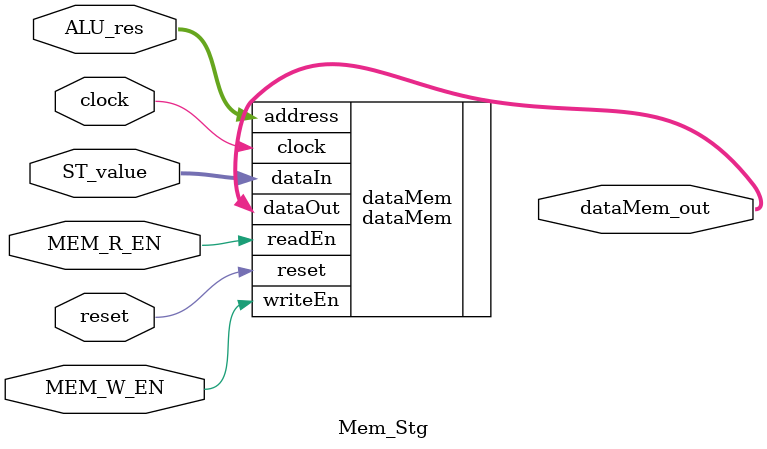
<source format=v>
`include "defines.v"

module Mem_Stg (clock, reset, MEM_R_EN, MEM_W_EN, ALU_res, ST_value, dataMem_out);
  input clock, reset, MEM_R_EN, MEM_W_EN;
  input [31:0] ALU_res, ST_value;
  output [31:0]  dataMem_out;

  dataMem dataMem (
    .clock(clock),
    .reset(reset),
    .writeEn(MEM_W_EN),
    .readEn(MEM_R_EN),
    .address(ALU_res),
    .dataIn(ST_value),
    .dataOut(dataMem_out)
  );
endmodule

</source>
